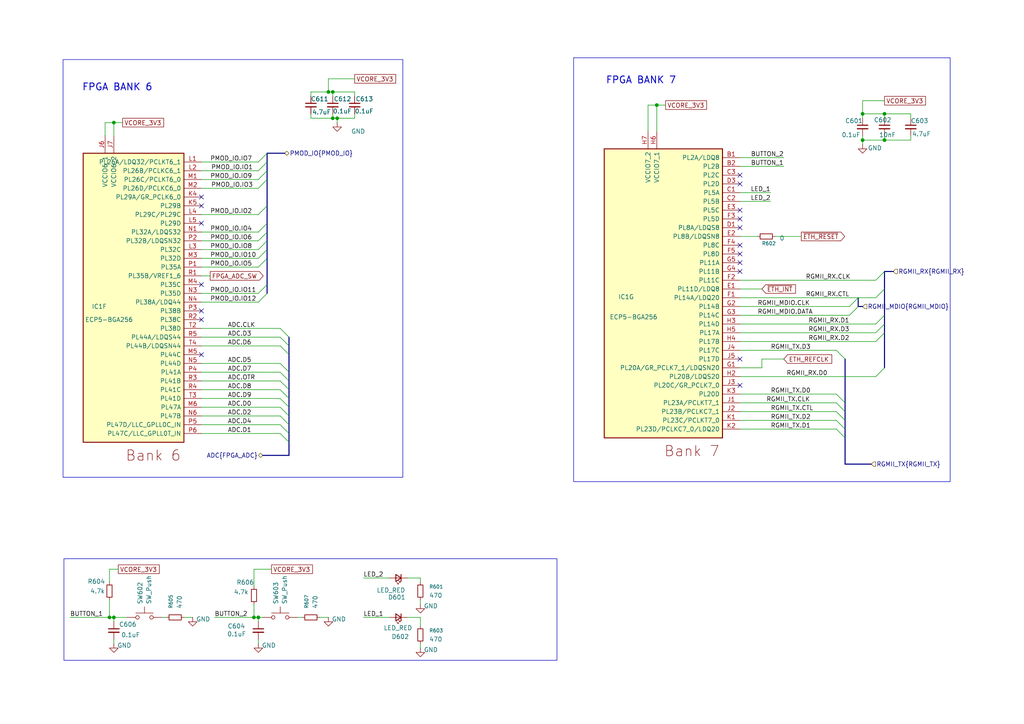
<source format=kicad_sch>
(kicad_sch (version 20250114) (generator "eeschema") (generator_version "9.0")
  (paper "A4")
  (lib_symbols
    (symbol "Device:C_Small" (pin_numbers (hide yes)) (pin_names (offset 0.254) (hide yes))
      (property "Reference" "C" (at 0.254 1.778 0))
      (property "Value" "C_Small" (at 0.254 -2.032 0))
      (symbol "C_Small_1_1"
        (pin passive line (at 0 2.54 270) (length 2.032) (name "~") (number "1"))
        (pin passive line (at 0 -2.54 90) (length 2.032) (name "~") (number "2"))
      )
    )
    (symbol "Device:LED_Small" (pin_numbers (hide yes)) (pin_names (offset 0.254) (hide yes))
      (property "Reference" "D" (at -1.27 3.175 0))
      (property "Value" "LED_Small" (at -4.445 -2.54 0))
      (symbol "LED_Small_1_1"
        (pin passive line (at -2.54 0 0) (length 1.778) (name "K") (number "1"))
        (pin passive line (at 2.54 0 180) (length 1.778) (name "A") (number "2"))
      )
    )
    (symbol "Device:R_Small" (pin_numbers (hide yes)) (pin_names (offset 0.254) (hide yes))
      (property "Reference" "R" (at 0 0 90))
      (property "Value" "R_Small" (at 1.778 0 90))
      (symbol "R_Small_1_1"
        (pin passive line (at 0 2.54 270) (length 0.762) (name "~") (number "1"))
        (pin passive line (at 0 -2.54 90) (length 0.762) (name "~") (number "2"))
      )
    )
    (symbol "Switch:SW_Push" (pin_numbers (hide yes)) (pin_names (offset 1.016) (hide yes))
      (property "Reference" "SW" (at 1.27 2.54 0))
      (property "Value" "SW_Push" (at 0 -1.524 0))
      (symbol "SW_Push_0_1"
        (pin passive line (at -5.08 0 0) (length 2.54) (name "1") (number "1"))
        (pin passive line (at 5.08 0 180) (length 2.54) (name "2") (number "2"))
      )
    )
    (symbol "iw-fpga_mcu:ECP5-BGA256" (pin_names (offset 0.762))
      (property "Reference" "IC" (at 1.27 45.72 0))
      (property "Value" "ECP5-BGA256" (at 1.27 43.18 0))
      (symbol "ECP5-BGA256_1_1"
        (text "FPGA Supplies" (at 0 -39.37 0) (effects (font (size 2.9972 2.9972))))
        (pin power_in line (at -19.05 33.02 0) (length 5.08) (name "VCC_1") (number "G6"))
        (pin power_in line (at -19.05 30.48 0) (length 5.08) (name "VCC_2") (number "G7"))
        (pin power_in line (at -19.05 27.94 0) (length 5.08) (name "VCC_3") (number "G9"))
        (pin power_in line (at -19.05 25.4 0) (length 5.08) (name "VCC_4") (number "L8"))
        (pin power_in line (at -19.05 22.86 0) (length 5.08) (name "VCC_5") (number "L9"))
        (pin power_in line (at -19.05 20.32 0) (length 5.08) (name "VCC_6") (number "L10"))
        (pin power_in line (at -19.05 -30.48 0) (length 5.08) (name "VCCAUX_1") (number "G11"))
        (pin power_in line (at -19.05 -33.02 0) (length 5.08) (name "VCCAUX_2") (number "L7"))
        (pin power_in line (at 19.05 33.02 180) (length 5.08) (name "GND_1") (number "A1"))
        (pin power_in line (at 19.05 30.48 180) (length 5.08) (name "GND_2") (number "A16"))
        (pin power_in line (at 19.05 27.94 180) (length 5.08) (name "GND_3") (number "D2"))
        (pin power_in line (at 19.05 25.4 180) (length 5.08) (name "GND_4") (number "D15"))
        (pin power_in line (at 19.05 22.86 180) (length 5.08) (name "GND_5") (number "F8"))
        (pin power_in line (at 19.05 20.32 180) (length 5.08) (name "GND_6") (number "F9"))
        (pin power_in line (at 19.05 17.78 180) (length 5.08) (name "GND_7") (number "G8"))
        (pin power_in line (at 19.05 15.24 180) (length 5.08) (name "GND_8") (number "G10"))
        (pin power_in line (at 19.05 12.7 180) (length 5.08) (name "GND_9") (number "H1"))
        (pin power_in line (at 19.05 10.16 180) (length 5.08) (name "GND_10") (number "H8"))
        (pin power_in line (at 19.05 7.62 180) (length 5.08) (name "GND_11") (number "H9"))
        (pin power_in line (at 19.05 5.08 180) (length 5.08) (name "GND_12") (number "H10"))
        (pin power_in line (at 19.05 2.54 180) (length 5.08) (name "GND_13") (number "H16"))
        (pin power_in line (at 19.05 0 180) (length 5.08) (name "GND_14") (number "J8"))
        (pin power_in line (at 19.05 -2.54 180) (length 5.08) (name "GND_15") (number "J9"))
        (pin power_in line (at 19.05 -5.08 180) (length 5.08) (name "GND_16") (number "J10"))
        (pin power_in line (at 19.05 -7.62 180) (length 5.08) (name "GND_17") (number "K6"))
        (pin power_in line (at 19.05 -10.16 180) (length 5.08) (name "GND_18") (number "K7"))
        (pin power_in line (at 19.05 -12.7 180) (length 5.08) (name "GND_19") (number "K8"))
        (pin power_in line (at 19.05 -15.24 180) (length 5.08) (name "GND_20") (number "K9"))
        (pin power_in line (at 19.05 -17.78 180) (length 5.08) (name "GND_21") (number "K10"))
        (pin power_in line (at 19.05 -20.32 180) (length 5.08) (name "GND_22") (number "N2"))
        (pin power_in line (at 19.05 -22.86 180) (length 5.08) (name "GND_23") (number "N15"))
        (pin power_in line (at 19.05 -25.4 180) (length 5.08) (name "GND_24") (number "T1"))
        (pin power_in line (at 19.05 -27.94 180) (length 5.08) (name "GND_25") (number "T5"))
        (pin power_in line (at 19.05 -30.48 180) (length 5.08) (name "GND_26") (number "T12"))
        (pin power_in line (at 19.05 -33.02 180) (length 5.08) (name "GND_27") (number "T16"))
      )
      (symbol "ECP5-BGA256_2_1"
        (text "Bank 0" (at 0 -35.56 0) (effects (font (size 2.9972 2.9972))))
        (pin power_in line (at -13.97 36.83 270) (length 5.08) (name "VCCIO0_2") (number "F7"))
        (pin power_in line (at -11.43 36.83 270) (length 5.08) (name "VCCIO0_1") (number "F6"))
        (pin bidirectional line (at 13.97 29.21 180) (length 5.08) (name "PT4A") (number "A2"))
        (pin bidirectional line (at 13.97 26.67 180) (length 5.08) (name "PT4B") (number "B3"))
        (pin bidirectional line (at 13.97 24.13 180) (length 5.08) (name "PT6A") (number "A3"))
        (pin bidirectional line (at 13.97 21.59 180) (length 5.08) (name "PT6B") (number "A4"))
        (pin bidirectional line (at 13.97 19.05 180) (length 5.08) (name "PT9A") (number "E4"))
        (pin bidirectional line (at 13.97 16.51 180) (length 5.08) (name "PT9B") (number "D4"))
        (pin bidirectional line (at 13.97 13.97 180) (length 5.08) (name "PT11A") (number "C4"))
        (pin bidirectional line (at 13.97 11.43 180) (length 5.08) (name "PT11B") (number "B4"))
        (pin bidirectional line (at 13.97 8.89 180) (length 5.08) (name "PT13A") (number "E5"))
        (pin bidirectional line (at 13.97 6.35 180) (length 5.08) (name "PT13B") (number "D5"))
        (pin bidirectional line (at 13.97 3.81 180) (length 5.08) (name "PT15A") (number "C5"))
        (pin bidirectional line (at 13.97 1.27 180) (length 5.08) (name "PT15B") (number "B5"))
        (pin bidirectional line (at 13.97 -1.27 180) (length 5.08) (name "PT18A") (number "A5"))
        (pin bidirectional line (at 13.97 -3.81 180) (length 5.08) (name "PT18B") (number "A6"))
        (pin bidirectional line (at 13.97 -6.35 180) (length 5.08) (name "PT20A") (number "E6"))
        (pin bidirectional line (at 13.97 -8.89 180) (length 5.08) (name "PT20B") (number "D6"))
        (pin bidirectional line (at 13.97 -11.43 180) (length 5.08) (name "PT22A") (number "C6"))
        (pin bidirectional line (at 13.97 -13.97 180) (length 5.08) (name "PT22B") (number "B6"))
        (pin bidirectional line (at 13.97 -16.51 180) (length 5.08) (name "PT24A/GR_PCLK0_1") (number "E7"))
        (pin bidirectional line (at 13.97 -19.05 180) (length 5.08) (name "PT24B/GR_PCLK0_0") (number "D7"))
        (pin bidirectional line (at 13.97 -21.59 180) (length 5.08) (name "PT27A/PCLKT0_1") (number "C7"))
        (pin bidirectional line (at 13.97 -24.13 180) (length 5.08) (name "PT27B/PCLKC0_1") (number "B7"))
        (pin bidirectional line (at 13.97 -26.67 180) (length 5.08) (name "PT29A/PCLKT0_0") (number "A7"))
        (pin bidirectional line (at 13.97 -29.21 180) (length 5.08) (name "PT29B/PCLKC0_0") (number "A8"))
      )
      (symbol "ECP5-BGA256_3_1"
        (text "Bank 1" (at 0 -45.72 0) (effects (font (size 2.9972 2.9972))))
        (pin power_in line (at -13.97 46.99 270) (length 5.08) (name "VCCIO1_2") (number "F11"))
        (pin power_in line (at -11.43 46.99 270) (length 5.08) (name "VCCIO1_1") (number "F10"))
        (pin bidirectional line (at 13.97 39.37 180) (length 5.08) (name "PT33A/PCLKT1_1") (number "E8"))
        (pin bidirectional line (at 13.97 36.83 180) (length 5.08) (name "PT33B/PCLKC1_1") (number "D8"))
        (pin bidirectional line (at 13.97 34.29 180) (length 5.08) (name "PT35A/PCLKT1_0") (number "C8"))
        (pin bidirectional line (at 13.97 31.75 180) (length 5.08) (name "PT35B/PCLKC1_0") (number "B8"))
        (pin bidirectional line (at 13.97 29.21 180) (length 5.08) (name "PT38A/GR_PCLK1_0") (number "B9"))
        (pin bidirectional line (at 13.97 26.67 180) (length 5.08) (name "PT38B/GR_PCLK1_1") (number "C9"))
        (pin bidirectional line (at 13.97 24.13 180) (length 5.08) (name "PT40A") (number "D9"))
        (pin bidirectional line (at 13.97 21.59 180) (length 5.08) (name "PT40B") (number "E9"))
        (pin bidirectional line (at 13.97 19.05 180) (length 5.08) (name "PT42A") (number "A9"))
        (pin bidirectional line (at 13.97 16.51 180) (length 5.08) (name "PT42B") (number "A10"))
        (pin bidirectional line (at 13.97 13.97 180) (length 5.08) (name "PT44A") (number "B10"))
        (pin bidirectional line (at 13.97 11.43 180) (length 5.08) (name "PT44B") (number "C10"))
        (pin bidirectional line (at 13.97 8.89 180) (length 5.08) (name "PT47A") (number "D10"))
        (pin bidirectional line (at 13.97 6.35 180) (length 5.08) (name "PT47B") (number "E10"))
        (pin bidirectional line (at 13.97 3.81 180) (length 5.08) (name "PT49A") (number "B11"))
        (pin bidirectional line (at 13.97 1.27 180) (length 5.08) (name "PT49B") (number "C11"))
        (pin bidirectional line (at 13.97 -1.27 180) (length 5.08) (name "PT51A") (number "D11"))
        (pin bidirectional line (at 13.97 -3.81 180) (length 5.08) (name "PT51B") (number "E11"))
        (pin bidirectional line (at 13.97 -6.35 180) (length 5.08) (name "PT53A") (number "A11"))
        (pin bidirectional line (at 13.97 -8.89 180) (length 5.08) (name "PT53B") (number "A12"))
        (pin bidirectional line (at 13.97 -11.43 180) (length 5.08) (name "PT56A") (number "B12"))
        (pin bidirectional line (at 13.97 -13.97 180) (length 5.08) (name "PT56B") (number "C12"))
        (pin bidirectional line (at 13.97 -16.51 180) (length 5.08) (name "PT58A") (number "D12"))
        (pin bidirectional line (at 13.97 -19.05 180) (length 5.08) (name "PT58B") (number "E12"))
        (pin bidirectional line (at 13.97 -21.59 180) (length 5.08) (name "PT60A") (number "B13"))
        (pin bidirectional line (at 13.97 -24.13 180) (length 5.08) (name "PT60B") (number "C13"))
        (pin bidirectional line (at 13.97 -26.67 180) (length 5.08) (name "PT62A") (number "D13"))
        (pin bidirectional line (at 13.97 -29.21 180) (length 5.08) (name "PT62B") (number "E13"))
        (pin bidirectional line (at 13.97 -31.75 180) (length 5.08) (name "PT65A") (number "A13"))
        (pin bidirectional line (at 13.97 -34.29 180) (length 5.08) (name "PT65B") (number "A14"))
        (pin bidirectional line (at 13.97 -36.83 180) (length 5.08) (name "PT67A") (number "B14"))
        (pin bidirectional line (at 13.97 -39.37 180) (length 5.08) (name "PT67B") (number "A15"))
      )
      (symbol "ECP5-BGA256_4_1"
        (text "Bank 2" (at 0 -45.72 0) (effects (font (size 2.9972 2.9972))))
        (pin power_in line (at -11.43 46.99 270) (length 5.08) (name "VCCIO2_1") (number "H11"))
        (pin power_in line (at -8.89 46.99 270) (length 5.08) (name "VCCIO2_2") (number "J11"))
        (pin bidirectional line (at 13.97 39.37 180) (length 5.08) (name "PR2A/RDQ8") (number "B16"))
        (pin bidirectional line (at 13.97 36.83 180) (length 5.08) (name "PR2B/S0_IN") (number "B15"))
        (pin bidirectional line (at 13.97 34.29 180) (length 5.08) (name "PR2C") (number "C14"))
        (pin bidirectional line (at 13.97 31.75 180) (length 5.08) (name "PR2D") (number "D14"))
        (pin bidirectional line (at 13.97 29.21 180) (length 5.08) (name "PR5A") (number "C16"))
        (pin bidirectional line (at 13.97 26.67 180) (length 5.08) (name "PR5B") (number "C15"))
        (pin bidirectional line (at 13.97 24.13 180) (length 5.08) (name "PR5C") (number "E14"))
        (pin bidirectional line (at 13.97 21.59 180) (length 5.08) (name "PR5D") (number "F14"))
        (pin bidirectional line (at 13.97 19.05 180) (length 5.08) (name "PR8A/RDQS8") (number "D16"))
        (pin bidirectional line (at 13.97 16.51 180) (length 5.08) (name "PR8B/RDQSN8") (number "E15"))
        (pin bidirectional line (at 13.97 13.97 180) (length 5.08) (name "PR8C") (number "F13"))
        (pin bidirectional line (at 13.97 11.43 180) (length 5.08) (name "PR8D") (number "F12"))
        (pin bidirectional line (at 13.97 8.89 180) (length 5.08) (name "PR11A") (number "G12"))
        (pin bidirectional line (at 13.97 6.35 180) (length 5.08) (name "PR11B") (number "G13"))
        (pin bidirectional line (at 13.97 3.81 180) (length 5.08) (name "PR11C") (number "F15"))
        (pin bidirectional line (at 13.97 1.27 180) (length 5.08) (name "PR11D/RDQ8") (number "E16"))
        (pin bidirectional line (at 13.97 -1.27 180) (length 5.08) (name "PR14A/RDQ20") (number "F16"))
        (pin bidirectional line (at 13.97 -3.81 180) (length 5.08) (name "PR14B") (number "G15"))
        (pin bidirectional line (at 13.97 -6.35 180) (length 5.08) (name "PR14C/VREF1_2") (number "G14"))
        (pin bidirectional line (at 13.97 -8.89 180) (length 5.08) (name "PR14D") (number "H14"))
        (pin bidirectional line (at 13.97 -11.43 180) (length 5.08) (name "PR17A") (number "H12"))
        (pin bidirectional line (at 13.97 -13.97 180) (length 5.08) (name "PR17B") (number "H13"))
        (pin bidirectional line (at 13.97 -16.51 180) (length 5.08) (name "PR17C") (number "J13"))
        (pin bidirectional line (at 13.97 -19.05 180) (length 5.08) (name "PR17D") (number "J12"))
        (pin bidirectional line (at 13.97 -21.59 180) (length 5.08) (name "PR20A/RDQS20") (number "G16"))
        (pin bidirectional line (at 13.97 -24.13 180) (length 5.08) (name "PR20B/RDQSN20") (number "H15"))
        (pin bidirectional line (at 13.97 -26.67 180) (length 5.08) (name "PR20C/GR_PCLK2_1") (number "J14"))
        (pin bidirectional line (at 13.97 -29.21 180) (length 5.08) (name "PR20D/GR_PCLK2_0") (number "K14"))
        (pin bidirectional line (at 13.97 -31.75 180) (length 5.08) (name "PR23A/PCLKT2_1") (number "J16"))
        (pin bidirectional line (at 13.97 -34.29 180) (length 5.08) (name "PR23B/PCLKC2_1") (number "J15"))
        (pin bidirectional line (at 13.97 -36.83 180) (length 5.08) (name "PR23C/PCLKT2_0") (number "K16"))
        (pin bidirectional line (at 13.97 -39.37 180) (length 5.08) (name "PR23D/PCLKC2_0/RDQ20") (number "K15"))
      )
      (symbol "ECP5-BGA256_5_1"
        (text "Bank 3" (at 0 -45.72 0) (effects (font (size 2.9972 2.9972))))
        (pin power_in line (at -22.86 46.99 270) (length 5.08) (name "VCCIO3_1") (number "K11"))
        (pin power_in line (at -20.32 46.99 270) (length 5.08) (name "VCCIO3_2") (number "L11"))
        (pin bidirectional line (at 13.97 39.37 180) (length 5.08) (name "PR26A/PCLKT3_1/RDQ32") (number "L16"))
        (pin bidirectional line (at 13.97 36.83 180) (length 5.08) (name "PR26B/PCLKC3_1") (number "L15"))
        (pin bidirectional line (at 13.97 34.29 180) (length 5.08) (name "PR26C/PCLKT3_0") (number "M16"))
        (pin bidirectional line (at 13.97 31.75 180) (length 5.08) (name "PR26D/PCLKC3_0") (number "M15"))
        (pin bidirectional line (at 13.97 29.21 180) (length 5.08) (name "PR29A/GR_PCLK3_0") (number "K13"))
        (pin bidirectional line (at 13.97 26.67 180) (length 5.08) (name "PR29B") (number "K12"))
        (pin bidirectional line (at 13.97 24.13 180) (length 5.08) (name "PR29C/GR_PCLK3_1") (number "L13"))
        (pin bidirectional line (at 13.97 21.59 180) (length 5.08) (name "PR29D") (number "L12"))
        (pin bidirectional line (at 13.97 19.05 180) (length 5.08) (name "PR32A/RDQS32") (number "N16"))
        (pin bidirectional line (at 13.97 16.51 180) (length 5.08) (name "PR32B/RDQSN32") (number "P15"))
        (pin bidirectional line (at 13.97 13.97 180) (length 5.08) (name "PR32C") (number "L14"))
        (pin bidirectional line (at 13.97 11.43 180) (length 5.08) (name "PR32D") (number "M14"))
        (pin bidirectional line (at 13.97 8.89 180) (length 5.08) (name "PR35A") (number "P16"))
        (pin bidirectional line (at 13.97 6.35 180) (length 5.08) (name "PR35B/VREF1_3") (number "R16"))
        (pin bidirectional line (at 13.97 3.81 180) (length 5.08) (name "PR35C") (number "M13"))
        (pin bidirectional line (at 13.97 1.27 180) (length 5.08) (name "PR35D/RDQ32") (number "N14"))
        (pin bidirectional line (at 13.97 -1.27 180) (length 5.08) (name "PR38A/RDQ44") (number "N13"))
        (pin bidirectional line (at 13.97 -3.81 180) (length 5.08) (name "PR38B") (number "P14"))
        (pin bidirectional line (at 13.97 -6.35 180) (length 5.08) (name "PR38C") (number "R15"))
        (pin bidirectional line (at 13.97 -8.89 180) (length 5.08) (name "PR38D") (number "T15"))
        (pin bidirectional line (at 13.97 -11.43 180) (length 5.08) (name "PR41A") (number "P13"))
        (pin bidirectional line (at 13.97 -13.97 180) (length 5.08) (name "PR41B") (number "R14"))
        (pin bidirectional line (at 13.97 -16.51 180) (length 5.08) (name "PR41C") (number "R13"))
        (pin bidirectional line (at 13.97 -19.05 180) (length 5.08) (name "PR41D") (number "T14"))
        (pin bidirectional line (at 13.97 -21.59 180) (length 5.08) (name "PR44A/RDQS44") (number "R12"))
        (pin bidirectional line (at 13.97 -24.13 180) (length 5.08) (name "PR44B/RDQSN44") (number "T13"))
        (pin bidirectional line (at 13.97 -26.67 180) (length 5.08) (name "PR44C") (number "M12"))
        (pin bidirectional line (at 13.97 -29.21 180) (length 5.08) (name "PR44D") (number "N12"))
        (pin bidirectional line (at 13.97 -31.75 180) (length 5.08) (name "PR47A") (number "M11"))
        (pin bidirectional line (at 13.97 -34.29 180) (length 5.08) (name "PR47B") (number "N11"))
        (pin bidirectional line (at 13.97 -36.83 180) (length 5.08) (name "PR47C/LRC_GPLL0T_IN") (number "P11"))
        (pin bidirectional line (at 13.97 -39.37 180) (length 5.08) (name "PR47D/LRC_GPLL0C_IN/RDQ44") (number "P12"))
      )
      (symbol "ECP5-BGA256_6_1"
        (text "Bank 6" (at 0 -45.72 0) (effects (font (size 2.9972 2.9972))))
        (pin power_in line (at -13.97 46.99 270) (length 5.08) (name "VCCIO6_1") (number "J6"))
        (pin power_in line (at -11.43 46.99 270) (length 5.08) (name "VCCIO6_2") (number "J7"))
        (pin bidirectional line (at 13.97 39.37 180) (length 5.08) (name "PL26A/LDQ32/PCLKT6_1") (number "L1"))
        (pin bidirectional line (at 13.97 36.83 180) (length 5.08) (name "PL26B/PCLKC6_1") (number "L2"))
        (pin bidirectional line (at 13.97 34.29 180) (length 5.08) (name "PL26C/PCLKT6_0") (number "M1"))
        (pin bidirectional line (at 13.97 31.75 180) (length 5.08) (name "PL26D/PCLKC6_0") (number "M2"))
        (pin bidirectional line (at 13.97 29.21 180) (length 5.08) (name "PL29A/GR_PCLK6_0") (number "K4"))
        (pin bidirectional line (at 13.97 26.67 180) (length 5.08) (name "PL29B") (number "K5"))
        (pin bidirectional line (at 13.97 24.13 180) (length 5.08) (name "PL29C/PL29C") (number "L4"))
        (pin bidirectional line (at 13.97 21.59 180) (length 5.08) (name "PL29D") (number "L5"))
        (pin bidirectional line (at 13.97 19.05 180) (length 5.08) (name "PL32A/LDQS32") (number "N1"))
        (pin bidirectional line (at 13.97 16.51 180) (length 5.08) (name "PL32B/LDQSN32") (number "P2"))
        (pin bidirectional line (at 13.97 13.97 180) (length 5.08) (name "PL32C") (number "L3"))
        (pin bidirectional line (at 13.97 11.43 180) (length 5.08) (name "PL32D") (number "M3"))
        (pin bidirectional line (at 13.97 8.89 180) (length 5.08) (name "PL35A") (number "P1"))
        (pin bidirectional line (at 13.97 6.35 180) (length 5.08) (name "PL35B/VREF1_6") (number "R1"))
        (pin bidirectional line (at 13.97 3.81 180) (length 5.08) (name "PL35C") (number "M4"))
        (pin bidirectional line (at 13.97 1.27 180) (length 5.08) (name "PL35D") (number "N3"))
        (pin bidirectional line (at 13.97 -1.27 180) (length 5.08) (name "PL38A/LDQ44") (number "N4"))
        (pin bidirectional line (at 13.97 -3.81 180) (length 5.08) (name "PL38B") (number "P3"))
        (pin bidirectional line (at 13.97 -6.35 180) (length 5.08) (name "PL38C") (number "R2"))
        (pin bidirectional line (at 13.97 -8.89 180) (length 5.08) (name "PL38D") (number "T2"))
        (pin bidirectional line (at 13.97 -11.43 180) (length 5.08) (name "PL44A/LDQS44") (number "R5"))
        (pin bidirectional line (at 13.97 -13.97 180) (length 5.08) (name "PL44B/LDQSN44") (number "T4"))
        (pin bidirectional line (at 13.97 -16.51 180) (length 5.08) (name "PL44C") (number "M5"))
        (pin bidirectional line (at 13.97 -19.05 180) (length 5.08) (name "PL44D") (number "N5"))
        (pin bidirectional line (at 13.97 -21.59 180) (length 5.08) (name "PL41A") (number "P4"))
        (pin bidirectional line (at 13.97 -24.13 180) (length 5.08) (name "PL41B") (number "R3"))
        (pin bidirectional line (at 13.97 -26.67 180) (length 5.08) (name "PL41C") (number "R4"))
        (pin bidirectional line (at 13.97 -29.21 180) (length 5.08) (name "PL41D") (number "T3"))
        (pin bidirectional line (at 13.97 -31.75 180) (length 5.08) (name "PL47A") (number "M6"))
        (pin bidirectional line (at 13.97 -34.29 180) (length 5.08) (name "PL47B") (number "N6"))
        (pin bidirectional line (at 13.97 -36.83 180) (length 5.08) (name "PL47D/LLC_GPLL0C_IN") (number "P5"))
        (pin bidirectional line (at 13.97 -39.37 180) (length 5.08) (name "PL47C/LLC_GPLL0T_IN") (number "P6"))
      )
      (symbol "ECP5-BGA256_7_1"
        (text "Bank 7" (at 0 -45.72 0) (effects (font (size 2.9972 2.9972))))
        (pin power_in line (at -12.7 46.99 270) (length 5.08) (name "VCCIO7_2") (number "H7"))
        (pin power_in line (at -10.16 46.99 270) (length 5.08) (name "VCCIO7_1") (number "H6"))
        (pin bidirectional line (at 13.97 39.37 180) (length 5.08) (name "PL2A/LDQ8") (number "B1"))
        (pin bidirectional line (at 13.97 36.83 180) (length 5.08) (name "PL2B") (number "B2"))
        (pin bidirectional line (at 13.97 34.29 180) (length 5.08) (name "PL2C") (number "C3"))
        (pin bidirectional line (at 13.97 31.75 180) (length 5.08) (name "PL2D") (number "D3"))
        (pin bidirectional line (at 13.97 29.21 180) (length 5.08) (name "PL5A") (number "C1"))
        (pin bidirectional line (at 13.97 26.67 180) (length 5.08) (name "PL5B") (number "C2"))
        (pin bidirectional line (at 13.97 24.13 180) (length 5.08) (name "PL5C") (number "E3"))
        (pin bidirectional line (at 13.97 21.59 180) (length 5.08) (name "PL5D") (number "F3"))
        (pin bidirectional line (at 13.97 19.05 180) (length 5.08) (name "PL8A/LDQS8") (number "D1"))
        (pin bidirectional line (at 13.97 16.51 180) (length 5.08) (name "PL8B/LDQSN8") (number "E2"))
        (pin bidirectional line (at 13.97 13.97 180) (length 5.08) (name "PL8C") (number "F4"))
        (pin bidirectional line (at 13.97 11.43 180) (length 5.08) (name "PL8D") (number "F5"))
        (pin bidirectional line (at 13.97 8.89 180) (length 5.08) (name "PL11A") (number "G5"))
        (pin bidirectional line (at 13.97 6.35 180) (length 5.08) (name "PL11B") (number "G4"))
        (pin bidirectional line (at 13.97 3.81 180) (length 5.08) (name "PL11C") (number "F2"))
        (pin bidirectional line (at 13.97 1.27 180) (length 5.08) (name "PL11D/LDQ8") (number "E1"))
        (pin bidirectional line (at 13.97 -1.27 180) (length 5.08) (name "PL14A/LDQ20") (number "F1"))
        (pin bidirectional line (at 13.97 -3.81 180) (length 5.08) (name "PL14B") (number "G2"))
        (pin bidirectional line (at 13.97 -6.35 180) (length 5.08) (name "PL14C") (number "G3"))
        (pin bidirectional line (at 13.97 -8.89 180) (length 5.08) (name "PL14D") (number "H3"))
        (pin bidirectional line (at 13.97 -11.43 180) (length 5.08) (name "PL17A") (number "H5"))
        (pin bidirectional line (at 13.97 -13.97 180) (length 5.08) (name "PL17B") (number "H4"))
        (pin bidirectional line (at 13.97 -16.51 180) (length 5.08) (name "PL17C") (number "J4"))
        (pin bidirectional line (at 13.97 -19.05 180) (length 5.08) (name "PL17D") (number "J5"))
        (pin bidirectional line (at 13.97 -21.59 180) (length 5.08) (name "PL20A/GR_PCLK7_1/LDQSN20") (number "G1"))
        (pin bidirectional line (at 13.97 -24.13 180) (length 5.08) (name "PL20B/LDQS20") (number "H2"))
        (pin bidirectional line (at 13.97 -26.67 180) (length 5.08) (name "PL20C/GR_PCLK7_0") (number "J3"))
        (pin bidirectional line (at 13.97 -29.21 180) (length 5.08) (name "PL20D") (number "K3"))
        (pin bidirectional line (at 13.97 -31.75 180) (length 5.08) (name "PL23A/PCLKT7_1") (number "J1"))
        (pin bidirectional line (at 13.97 -34.29 180) (length 5.08) (name "PL23B/PCLKC7_1") (number "J2"))
        (pin bidirectional line (at 13.97 -36.83 180) (length 5.08) (name "PL23C/PCLKT7_0") (number "K1"))
        (pin bidirectional line (at 13.97 -39.37 180) (length 5.08) (name "PL23D/PCLKC7_0/LDQ20") (number "K2"))
      )
      (symbol "ECP5-BGA256_8_0"
        (text "Bank 8 (Config)" (at 0 -43.18 0) (effects (font (size 2.9972 2.9972))))
      )
      (symbol "ECP5-BGA256_8_1"
        (pin power_in line (at -10.16 44.45 270) (length 5.08) (name "VCCIO8") (number "L6"))
        (pin bidirectional line (at 20.32 36.83 180) (length 5.08) (name "D7/PB4A") (number "T6"))
        (pin bidirectional line (at 20.32 34.29 180) (length 5.08) (name "D6/PB4B") (number "R6"))
        (pin bidirectional line (at 20.32 31.75 180) (length 5.08) (name "D5/MISO2/IO5/PB6A") (number "R7"))
        (pin bidirectional line (at 20.32 29.21 180) (length 5.08) (name "D4/MOSI2/IO4/PB6B") (number "P7"))
        (pin bidirectional line (at 20.32 26.67 180) (length 5.08) (name "D3/IO3/PB9A") (number "N7"))
        (pin bidirectional line (at 20.32 24.13 180) (length 5.08) (name "D2/IO2/PB9B") (number "M7"))
        (pin bidirectional line (at 20.32 21.59 180) (length 5.08) (name "D1/POCI/IO1/PB11A") (number "T7"))
        (pin bidirectional line (at 20.32 19.05 180) (length 5.08) (name "D0/PICO/IO0/PB11B") (number "T8"))
        (pin bidirectional line (at 20.32 16.51 180) (length 5.08) (name "~{CS}/~{S}/PB13A") (number "R8"))
        (pin bidirectional line (at 20.32 13.97 180) (length 5.08) (name "~{CS1}/PB13B") (number "P8"))
        (pin bidirectional line (at 20.32 11.43 180) (length 5.08) (name "~{HOLD}/DI/BUSY/~{CSSPI}/PB15A") (number "N8"))
        (pin bidirectional line (at 20.32 8.89 180) (length 5.08) (name "DOUT/~{CSO}/PB15B") (number "M8"))
        (pin bidirectional line (at 20.32 6.35 180) (length 5.08) (name "~{WRITE}/PB18A") (number "M9"))
        (pin input line (at 20.32 -1.27 180) (length 5.08) (name "TMS") (number "T11"))
        (pin input line (at 20.32 -3.81 180) (length 5.08) (name "TCK") (number "T10"))
        (pin input line (at 20.32 -6.35 180) (length 5.08) (name "TDI") (number "R11"))
        (pin output line (at 20.32 -8.89 180) (length 5.08) (name "TDO") (number "M10"))
        (pin bidirectional line (at 20.32 -15.24 180) (length 5.08) (name "MCLK/SCK/CCLK") (number "N9"))
        (pin input line (at 20.32 -20.32 180) (length 5.08) (name "CFG0") (number "N10"))
        (pin input line (at 20.32 -22.86 180) (length 5.08) (name "CFG1") (number "P10"))
        (pin input line (at 20.32 -25.4 180) (length 5.08) (name "CFG2") (number "R10"))
        (pin bidirectional line (at 20.32 -31.75 180) (length 5.08) (name "DONE") (number "P9"))
        (pin bidirectional line (at 20.32 -34.29 180) (length 5.08) (name "~{INIT}") (number "T9"))
        (pin bidirectional line (at 20.32 -36.83 180) (length 5.08) (name "~{PROGRAM}") (number "R9"))
      )
    )
    (symbol "power:GND" (power) (pin_numbers (hide yes)) (pin_names (offset 0) (hide yes))
      (property "Value" "GND" (at 0 -3.81 0))
      (symbol "GND_1_1"
        (pin power_in line (at 0 0 270) (length 0) (name "~") (number "1"))
      )
    )
  )
  (rectangle (start 166.37 16.764) (end 275.59 139.7))
  (rectangle (start 18.542 162.052) (end 161.544 191.516))
  (rectangle (start 18.288 17.272) (end 116.84 138.43))
  (text "FPGA BANK 6\n" (at 34.036 25.4 0) (effects (font (size 2 2) (thickness 0.254) (bold yes))))
  (text "FPGA BANK 7" (at 185.928 23.368 0) (effects (font (size 2 2) (thickness 0.254) (bold yes))))
  (junction (at 97.79 34.29))
  (junction (at 250.19 33.02))
  (junction (at 95.25 26.67))
  (junction (at 256.54 40.64))
  (junction (at 33.02 179.07))
  (junction (at 73.66 179.07))
  (junction (at 250.19 40.64))
  (junction (at 74.93 179.07))
  (junction (at 96.52 34.29))
  (junction (at 31.75 179.07))
  (junction (at 190.5 30.48))
  (junction (at 96.52 26.67))
  (junction (at 33.02 35.56))
  (junction (at 256.54 33.02))
  (no_connect (at 214.63 66.04))
  (no_connect (at 214.63 76.2))
  (no_connect (at 58.42 92.71))
  (no_connect (at 214.63 60.96))
  (no_connect (at 58.42 90.17))
  (no_connect (at 214.63 71.12))
  (no_connect (at 58.42 82.55))
  (no_connect (at 214.63 53.34))
  (no_connect (at 214.63 104.14))
  (no_connect (at 58.42 59.69))
  (no_connect (at 214.63 63.5))
  (no_connect (at 58.42 102.87))
  (no_connect (at 214.63 50.8))
  (no_connect (at 214.63 73.66))
  (no_connect (at 214.63 111.76))
  (no_connect (at 58.42 57.15))
  (no_connect (at 214.63 78.74))
  (no_connect (at 58.42 64.77))
  (bus_entry (at 256.54 106.68) (size -2.54 2.54))
  (bus_entry (at 81.28 100.33) (size 2.54 2.54))
  (bus_entry (at 74.93 74.93) (size 2.54 -2.54))
  (bus_entry (at 74.93 46.99) (size 2.54 -2.54))
  (bus_entry (at 74.93 72.39) (size 2.54 -2.54))
  (bus_entry (at 74.93 87.63) (size 2.54 -2.54))
  (bus_entry (at 81.28 95.25) (size 2.54 2.54))
  (bus_entry (at 256.54 91.44) (size -2.54 2.54))
  (bus_entry (at 74.93 77.47) (size 2.54 -2.54))
  (bus_entry (at 81.28 105.41) (size 2.54 2.54))
  (bus_entry (at 245.11 119.38) (size -2.54 -2.54))
  (bus_entry (at 74.93 69.85) (size 2.54 -2.54))
  (bus_entry (at 245.11 121.92) (size -2.54 -2.54))
  (bus_entry (at 81.28 120.65) (size 2.54 2.54))
  (bus_entry (at 245.11 127) (size -2.54 -2.54))
  (bus_entry (at 245.11 116.84) (size -2.54 -2.54))
  (bus_entry (at 74.93 49.53) (size 2.54 -2.54))
  (bus_entry (at 74.93 52.07) (size 2.54 -2.54))
  (bus_entry (at 74.93 85.09) (size 2.54 -2.54))
  (bus_entry (at 256.54 83.82) (size -2.54 2.54))
  (bus_entry (at 81.28 118.11) (size 2.54 2.54))
  (bus_entry (at 81.28 110.49) (size 2.54 2.54))
  (bus_entry (at 81.28 113.03) (size 2.54 2.54))
  (bus_entry (at 74.93 54.61) (size 2.54 -2.54))
  (bus_entry (at 256.54 93.98) (size -2.54 2.54))
  (bus_entry (at 81.28 107.95) (size 2.54 2.54))
  (bus_entry (at 81.28 125.73) (size 2.54 2.54))
  (bus_entry (at 256.54 96.52) (size -2.54 2.54))
  (bus_entry (at 81.28 97.79) (size 2.54 2.54))
  (bus_entry (at 245.11 104.14) (size -2.54 -2.54))
  (bus_entry (at 81.28 123.19) (size 2.54 2.54))
  (bus_entry (at 246.38 91.44) (size 2.54 -2.54))
  (bus_entry (at 256.54 78.74) (size -2.54 2.54))
  (bus_entry (at 246.38 88.9) (size 2.54 -2.54))
  (bus_entry (at 245.11 124.46) (size -2.54 -2.54))
  (bus_entry (at 74.93 62.23) (size 2.54 -2.54))
  (bus_entry (at 74.93 67.31) (size 2.54 -2.54))
  (bus_entry (at 81.28 115.57) (size 2.54 2.54))
  (bus (pts (xy 245.11 116.84) (xy 245.11 119.38)))
  (wire (pts (xy 121.92 187.96) (xy 121.92 186.69)))
  (wire (pts (xy 250.19 33.02) (xy 250.19 34.29)))
  (wire (pts (xy 214.63 101.6) (xy 242.57 101.6)))
  (bus (pts (xy 250.19 88.9) (xy 248.92 88.9)))
  (wire (pts (xy 58.42 80.01) (xy 60.96 80.01)))
  (wire (pts (xy 58.42 77.47) (xy 74.93 77.47)))
  (wire (pts (xy 30.48 35.56) (xy 33.02 35.56)))
  (wire (pts (xy 58.42 74.93) (xy 74.93 74.93)))
  (bus (pts (xy 256.54 93.98) (xy 256.54 91.44)))
  (wire (pts (xy 232.41 68.58) (xy 224.79 68.58)))
  (wire (pts (xy 95.25 26.67) (xy 96.52 26.67)))
  (wire (pts (xy 31.75 165.1) (xy 31.75 168.91)))
  (bus (pts (xy 256.54 96.52) (xy 256.54 106.68)))
  (bus (pts (xy 77.47 82.55) (xy 77.47 85.09)))
  (wire (pts (xy 220.98 104.14) (xy 220.98 106.68)))
  (wire (pts (xy 105.41 167.64) (xy 113.03 167.64)))
  (bus (pts (xy 77.47 49.53) (xy 77.47 46.99)))
  (wire (pts (xy 31.75 179.07) (xy 33.02 179.07)))
  (wire (pts (xy 58.42 110.49) (xy 81.28 110.49)))
  (wire (pts (xy 73.66 179.07) (xy 74.93 179.07)))
  (bus (pts (xy 83.82 132.08) (xy 83.82 128.27)))
  (wire (pts (xy 58.42 46.99) (xy 74.93 46.99)))
  (bus (pts (xy 83.82 100.33) (xy 83.82 97.79)))
  (wire (pts (xy 58.42 69.85) (xy 74.93 69.85)))
  (bus (pts (xy 83.82 110.49) (xy 83.82 113.03)))
  (bus (pts (xy 245.11 127) (xy 245.11 124.46)))
  (wire (pts (xy 121.92 179.07) (xy 118.11 179.07)))
  (wire (pts (xy 193.04 30.48) (xy 190.5 30.48)))
  (bus (pts (xy 83.82 118.11) (xy 83.82 115.57)))
  (wire (pts (xy 58.42 123.19) (xy 81.28 123.19)))
  (bus (pts (xy 83.82 120.65) (xy 83.82 118.11)))
  (wire (pts (xy 256.54 40.64) (xy 256.54 39.37)))
  (wire (pts (xy 58.42 87.63) (xy 74.93 87.63)))
  (wire (pts (xy 248.92 86.36) (xy 254 86.36)))
  (wire (pts (xy 90.17 33.02) (xy 90.17 34.29)))
  (bus (pts (xy 77.47 49.53) (xy 77.47 52.07)))
  (wire (pts (xy 223.52 55.88) (xy 214.63 55.88)))
  (wire (pts (xy 58.42 120.65) (xy 81.28 120.65)))
  (bus (pts (xy 83.82 100.33) (xy 83.82 102.87)))
  (bus (pts (xy 256.54 78.74) (xy 256.54 83.82)))
  (wire (pts (xy 121.92 181.61) (xy 121.92 179.07)))
  (bus (pts (xy 76.2 132.08) (xy 83.82 132.08)))
  (wire (pts (xy 96.52 26.67) (xy 102.87 26.67)))
  (wire (pts (xy 214.63 124.46) (xy 242.57 124.46)))
  (bus (pts (xy 256.54 96.52) (xy 256.54 93.98)))
  (wire (pts (xy 102.87 27.94) (xy 102.87 26.67)))
  (bus (pts (xy 245.11 134.62) (xy 245.11 127)))
  (wire (pts (xy 48.26 179.07) (xy 46.99 179.07)))
  (wire (pts (xy 96.52 34.29) (xy 97.79 34.29)))
  (wire (pts (xy 58.42 105.41) (xy 81.28 105.41)))
  (wire (pts (xy 227.33 45.72) (xy 214.63 45.72)))
  (wire (pts (xy 74.93 186.69) (xy 74.93 185.42)))
  (wire (pts (xy 214.63 109.22) (xy 254 109.22)))
  (wire (pts (xy 190.5 30.48) (xy 190.5 38.1)))
  (wire (pts (xy 113.03 179.07) (xy 105.41 179.07)))
  (wire (pts (xy 34.29 165.1) (xy 31.75 165.1)))
  (wire (pts (xy 90.17 26.67) (xy 95.25 26.67)))
  (wire (pts (xy 214.63 119.38) (xy 242.57 119.38)))
  (wire (pts (xy 250.19 29.21) (xy 250.19 33.02)))
  (bus (pts (xy 77.47 69.85) (xy 77.47 67.31)))
  (bus (pts (xy 248.92 86.36) (xy 248.92 88.9)))
  (bus (pts (xy 245.11 104.14) (xy 245.11 116.84)))
  (bus (pts (xy 83.82 115.57) (xy 83.82 113.03)))
  (bus (pts (xy 83.82 123.19) (xy 83.82 120.65)))
  (wire (pts (xy 214.63 58.42) (xy 223.52 58.42)))
  (wire (pts (xy 214.63 81.28) (xy 254 81.28)))
  (wire (pts (xy 250.19 40.64) (xy 256.54 40.64)))
  (wire (pts (xy 90.17 27.94) (xy 90.17 26.67)))
  (wire (pts (xy 58.42 125.73) (xy 81.28 125.73)))
  (wire (pts (xy 121.92 168.91) (xy 121.92 167.64)))
  (bus (pts (xy 83.82 128.27) (xy 83.82 125.73)))
  (wire (pts (xy 264.16 33.02) (xy 264.16 34.29)))
  (wire (pts (xy 58.42 85.09) (xy 74.93 85.09)))
  (wire (pts (xy 58.42 115.57) (xy 81.28 115.57)))
  (wire (pts (xy 187.96 38.1) (xy 187.96 30.48)))
  (bus (pts (xy 82.55 44.45) (xy 77.47 44.45)))
  (wire (pts (xy 35.56 35.56) (xy 33.02 35.56)))
  (wire (pts (xy 264.16 40.64) (xy 264.16 39.37)))
  (bus (pts (xy 83.82 107.95) (xy 83.82 110.49)))
  (wire (pts (xy 33.02 186.69) (xy 33.02 185.42)))
  (bus (pts (xy 77.47 59.69) (xy 77.47 64.77)))
  (wire (pts (xy 214.63 88.9) (xy 246.38 88.9)))
  (wire (pts (xy 97.79 34.29) (xy 102.87 34.29)))
  (bus (pts (xy 77.47 67.31) (xy 77.47 64.77)))
  (wire (pts (xy 187.96 30.48) (xy 190.5 30.48)))
  (wire (pts (xy 58.42 54.61) (xy 74.93 54.61)))
  (wire (pts (xy 58.42 49.53) (xy 74.93 49.53)))
  (wire (pts (xy 214.63 83.82) (xy 220.98 83.82)))
  (wire (pts (xy 256.54 33.02) (xy 264.16 33.02)))
  (wire (pts (xy 33.02 179.07) (xy 36.83 179.07)))
  (wire (pts (xy 58.42 62.23) (xy 74.93 62.23)))
  (wire (pts (xy 33.02 180.34) (xy 33.02 179.07)))
  (wire (pts (xy 58.42 52.07) (xy 74.93 52.07)))
  (bus (pts (xy 83.82 102.87) (xy 83.82 107.95)))
  (wire (pts (xy 31.75 173.99) (xy 31.75 179.07)))
  (wire (pts (xy 102.87 22.86) (xy 95.25 22.86)))
  (bus (pts (xy 77.47 46.99) (xy 77.47 44.45)))
  (bus (pts (xy 77.47 59.69) (xy 77.47 52.07)))
  (wire (pts (xy 214.63 68.58) (xy 219.71 68.58)))
  (wire (pts (xy 58.42 67.31) (xy 74.93 67.31)))
  (wire (pts (xy 58.42 100.33) (xy 81.28 100.33)))
  (wire (pts (xy 90.17 34.29) (xy 96.52 34.29)))
  (wire (pts (xy 53.34 179.07) (xy 55.88 179.07)))
  (bus (pts (xy 252.73 134.62) (xy 245.11 134.62)))
  (wire (pts (xy 20.32 179.07) (xy 31.75 179.07)))
  (wire (pts (xy 86.36 179.07) (xy 87.63 179.07)))
  (bus (pts (xy 83.82 125.73) (xy 83.82 123.19)))
  (bus (pts (xy 256.54 78.74) (xy 259.08 78.74)))
  (wire (pts (xy 62.23 179.07) (xy 73.66 179.07)))
  (wire (pts (xy 76.2 179.07) (xy 74.93 179.07)))
  (wire (pts (xy 92.71 179.07) (xy 95.25 179.07)))
  (wire (pts (xy 96.52 34.29) (xy 96.52 33.02)))
  (bus (pts (xy 245.11 119.38) (xy 245.11 121.92)))
  (wire (pts (xy 58.42 107.95) (xy 81.28 107.95)))
  (wire (pts (xy 74.93 179.07) (xy 74.93 180.34)))
  (wire (pts (xy 214.63 99.06) (xy 254 99.06)))
  (bus (pts (xy 77.47 82.55) (xy 77.47 74.93)))
  (bus (pts (xy 256.54 83.82) (xy 256.54 91.44)))
  (wire (pts (xy 214.63 121.92) (xy 242.57 121.92)))
  (wire (pts (xy 214.63 48.26) (xy 227.33 48.26)))
  (wire (pts (xy 214.63 116.84) (xy 242.57 116.84)))
  (wire (pts (xy 58.42 97.79) (xy 81.28 97.79)))
  (wire (pts (xy 250.19 40.64) (xy 250.19 39.37)))
  (wire (pts (xy 227.33 104.14) (xy 220.98 104.14)))
  (wire (pts (xy 214.63 91.44) (xy 246.38 91.44)))
  (bus (pts (xy 245.11 121.92) (xy 245.11 124.46)))
  (wire (pts (xy 102.87 33.02) (xy 102.87 34.29)))
  (wire (pts (xy 97.79 35.56) (xy 97.79 34.29)))
  (wire (pts (xy 73.66 165.1) (xy 73.66 170.18)))
  (wire (pts (xy 58.42 72.39) (xy 74.93 72.39)))
  (wire (pts (xy 220.98 106.68) (xy 214.63 106.68)))
  (wire (pts (xy 58.42 95.25) (xy 81.28 95.25)))
  (wire (pts (xy 256.54 40.64) (xy 264.16 40.64)))
  (wire (pts (xy 58.42 113.03) (xy 81.28 113.03)))
  (wire (pts (xy 96.52 26.67) (xy 96.52 27.94)))
  (wire (pts (xy 95.25 22.86) (xy 95.25 26.67)))
  (wire (pts (xy 58.42 118.11) (xy 81.28 118.11)))
  (wire (pts (xy 214.63 114.3) (xy 242.57 114.3)))
  (bus (pts (xy 77.47 72.39) (xy 77.47 69.85)))
  (wire (pts (xy 256.54 33.02) (xy 256.54 34.29)))
  (wire (pts (xy 118.11 167.64) (xy 121.92 167.64)))
  (wire (pts (xy 214.63 86.36) (xy 248.92 86.36)))
  (wire (pts (xy 73.66 165.1) (xy 78.74 165.1)))
  (bus (pts (xy 77.47 74.93) (xy 77.47 72.39)))
  (wire (pts (xy 214.63 93.98) (xy 254 93.98)))
  (wire (pts (xy 73.66 175.26) (xy 73.66 179.07)))
  (wire (pts (xy 256.54 29.21) (xy 250.19 29.21)))
  (wire (pts (xy 30.48 35.56) (xy 30.48 39.37)))
  (wire (pts (xy 121.92 175.26) (xy 121.92 173.99)))
  (wire (pts (xy 33.02 35.56) (xy 33.02 39.37)))
  (wire (pts (xy 250.19 40.64) (xy 250.19 41.91)))
  (wire (pts (xy 250.19 33.02) (xy 256.54 33.02)))
  (wire (pts (xy 214.63 96.52) (xy 254 96.52)))
  (label "RGMII_TX.D2" (at 223.52 121.92 0))
  (label "RGMII_TX.CLK" (at 222.25 116.84 0))
  (label "RGMII_RX.D3" (at 246.38 96.52 180))
  (label "ADC.D1" (at 66.04 125.73 0))
  (label "ADC.D4" (at 66.04 123.19 0))
  (label "ADC.CLK" (at 66.04 95.25 0))
  (label "LED_2" (at 223.52 58.42 180))
  (label "PMOD_IO.IO12" (at 60.96 87.63 0))
  (label "PMOD_IO.IO9" (at 60.96 52.07 0))
  (label "RGMII_RX.CTL" (at 233.68 86.36 0))
  (label "PMOD_IO.IO1" (at 61.214 49.53 0))
  (label "PMOD_IO.IO8" (at 60.96 72.39 0))
  (label "ADC.D2" (at 66.04 120.65 0))
  (label "RGMII_RX.D1" (at 246.38 93.98 180))
  (label "PMOD_IO.IO2" (at 60.96 62.23 0))
  (label "RGMII_RX.CLK" (at 233.68 81.28 0))
  (label "RGMII_TX.D3" (at 223.52 101.6 0))
  (label "RGMII_TX.D0" (at 223.52 114.3 0))
  (label "BUTTON_2" (at 227.33 45.72 180))
  (label "LED_2" (at 105.41 167.64 0))
  (label "LED_1" (at 105.41 179.07 0))
  (label "PMOD_IO.IO6" (at 60.96 69.85 0))
  (label "PMOD_IO.IO11" (at 60.96 85.09 0))
  (label "ADC.D6" (at 66.04 100.33 0))
  (label "PMOD_IO.IO7" (at 60.96 46.99 0))
  (label "PMOD_IO.IO10" (at 60.96 74.93 0))
  (label "LED_1" (at 223.52 55.88 180))
  (label "PMOD_IO.IO5" (at 60.96 77.47 0))
  (label "ADC.D3" (at 66.04 97.79 0))
  (label "RGMII_MDIO.DATA" (at 219.71 91.44 0))
  (label "RGMII_MDIO.CLK" (at 219.71 88.9 0))
  (label "PMOD_IO.IO3" (at 61.214 54.61 0))
  (label "RGMII_RX.D0" (at 240.03 109.22 180))
  (label "ADC.D7" (at 66.04 107.95 0))
  (label "RGMII_TX.CTL" (at 223.52 119.38 0))
  (label "ADC.D9" (at 66.04 115.57 0))
  (label "ADC.D0" (at 66.04 118.11 0))
  (label "RGMII_RX.D2" (at 246.38 99.06 180))
  (label "BUTTON_2" (at 62.23 179.07 0))
  (label "PMOD_IO.IO4" (at 60.96 67.31 0))
  (label "ADC.OTR" (at 66.04 110.49 0))
  (label "BUTTON_1" (at 20.32 179.07 0))
  (label "ADC.D8" (at 66.04 113.03 0))
  (label "ADC.D5" (at 66.04 105.41 0))
  (label "RGMII_TX.D1" (at 223.52 124.46 0))
  (label "BUTTON_1" (at 227.33 48.26 180))
  (global_label "~{ETH_RESET}" (shape output) (at 232.41 68.58 0) (property "Intersheetrefs" "${INTERSHEET_REFS}" (effects (hide yes))))
  (global_label "ETH_REFCLK" (shape input) (at 227.33 104.14 0) (property "Intersheetrefs" "${INTERSHEET_REFS}" (effects (hide yes))))
  (global_label "VCORE_3V3" (shape passive) (at 34.29 165.1 0) (property "Intersheetrefs" "${INTERSHEET_REFS}" (effects (hide yes))))
  (global_label "VCORE_3V3" (shape passive) (at 193.04 30.48 0) (property "Intersheetrefs" "${INTERSHEET_REFS}" (effects (hide yes))))
  (global_label "VCORE_3V3" (shape passive) (at 78.74 165.1 0) (property "Intersheetrefs" "${INTERSHEET_REFS}" (effects (hide yes))))
  (global_label "~{ETH_INT}" (shape input) (at 220.98 83.82 0) (property "Intersheetrefs" "${INTERSHEET_REFS}" (effects (hide yes))))
  (global_label "VCORE_3V3" (shape passive) (at 35.56 35.56 0) (property "Intersheetrefs" "${INTERSHEET_REFS}" (effects (hide yes))))
  (global_label "VCORE_3V3" (shape passive) (at 256.54 29.21 0) (property "Intersheetrefs" "${INTERSHEET_REFS}" (effects (hide yes))))
  (global_label "FPGA_ADC_SW" (shape output) (at 60.96 80.01 0) (property "Intersheetrefs" "${INTERSHEET_REFS}" (effects (hide yes))))
  (global_label "VCORE_3V3" (shape passive) (at 102.87 22.86 0) (property "Intersheetrefs" "${INTERSHEET_REFS}" (effects (hide yes))))
  (hierarchical_label "ADC{FPGA_ADC}" (shape bidirectional) (at 76.2 132.08 180))
  (hierarchical_label "RGMII_MDIO{RGMII_MDIO}" (shape input) (at 250.19 88.9 0))
  (hierarchical_label "RGMII_RX{RGMII_RX}" (shape input) (at 259.08 78.74 0))
  (hierarchical_label "PMOD_IO{PMOD_IO}" (shape bidirectional) (at 82.55 44.45 0))
  (hierarchical_label "RGMII_TX{RGMII_TX}" (shape input) (at 252.73 134.62 0))
  (symbol (lib_id "Device:C_Small") (at 90.17 30.48 0) (unit 1)
    (property "Reference" "C611" (at 90.17 28.702 0) (effects (justify left)))
    (property "Value" "4.7uF" (at 96.012 32.512 0) (effects (justify right)))
    (property "Footprint" "Capacitor_SMD:C_0402_1005Metric" (effects (hide yes)))
    (property "Datasheet" "https://jlcpcb.com/api/file/downloadByFileSystemAccessId/8579707315714920448" (effects (hide yes)))
    (property "Description" "X5R, 10V" (effects (hide yes)))
    (property "LCSC Part Number" "C23733" (effects (hide yes)))
    (property "Manufacturing Part Number" "CL05A475MP5NRNC" (effects (hide yes)))
  )
  (symbol (lib_id "Device:R_Small") (at 73.66 172.72 0) (unit 1)
    (property "Reference" "R606" (at 68.58 168.91 0) (effects (justify left)))
    (property "Value" "4.7k" (at 67.818 171.704 0) (effects (justify left)))
    (property "Footprint" "Resistor_SMD:R_0402_1005Metric" (effects (hide yes)))
    (property "Description" "Resistor, small symbol" (effects (hide yes)))
    (property "LCSC Part Number" "C25900" (effects (hide yes)))
    (property "Manufacturing Part Number" "0402WGF4701TCE" (effects (hide yes)))
  )
  (symbol (lib_id "Device:R_Small") (at 90.17 179.07 90) (unit 1)
    (property "Reference" "R607" (at 88.8999 176.53 0) (effects (font (size 1.016 1.016)) (justify left)))
    (property "Value" "470" (at 91.4399 176.53 0) (effects (justify left)))
    (property "Footprint" "Resistor_SMD:R_0402_1005Metric" (effects (hide yes)))
    (property "Datasheet" "https://jlcpcb.com/api/file/downloadByFileSystemAccessId/8579705913233424384" (effects (hide yes)))
    (property "Description" "Resistor, small symbol" (effects (hide yes)))
    (property "LCSC Part Number" "C25117" (effects (hide yes)))
    (property "Manufacturing Part Number" "0402WGF4700TCE" (effects (hide yes)))
  )
  (symbol (lib_id "power:GND") (at 95.25 179.07 0) (unit 1)
    (property "Reference" "#PWR0606" (effects (hide yes)))
    (property "Value" "GND" (at 98.298 179.578 0))
    (property "Description" "Power symbol creates a global label with name \"GND\" , ground" (effects (hide yes)))
  )
  (symbol (lib_id "Switch:SW_Push") (at 81.28 179.07 0) (unit 1)
    (property "Reference" "SW603" (at 80.0099 175.26 90) (effects (justify left)))
    (property "Value" "SW_Push" (at 82.5499 175.26 90) (effects (justify left)))
    (property "Footprint" "iw-misc:SW_TS-1088-AR02016" (effects (hide yes)))
    (property "Datasheet" "https://jlcpcb.com/api/file/downloadByFileSystemAccessId/8588886944068096000" (effects (hide yes)))
    (property "Description" "Push button switch, generic, two pins" (effects (hide yes)))
    (property "LCSC Part Number" "C720477" (effects (hide yes)))
    (property "Manufacturing Part Number" "TS-1088-AR02016" (effects (hide yes)))
  )
  (symbol (lib_id "power:GND") (at 121.92 187.96 0) (unit 1)
    (property "Reference" "#PWR0603" (effects (hide yes)))
    (property "Value" "GND" (at 124.968 188.468 0))
    (property "Description" "Power symbol creates a global label with name \"GND\" , ground" (effects (hide yes)))
  )
  (symbol (lib_id "power:GND") (at 33.02 186.69 0) (unit 1)
    (property "Reference" "#PWR0605" (effects (hide yes)))
    (property "Value" "GND" (at 36.068 187.198 0))
    (property "Description" "Power symbol creates a global label with name \"GND\" , ground" (effects (hide yes)))
  )
  (symbol (lib_id "Switch:SW_Push") (at 41.91 179.07 0) (unit 1)
    (property "Reference" "SW602" (at 40.6399 175.26 90) (effects (justify left)))
    (property "Value" "SW_Push" (at 43.1799 175.26 90) (effects (justify left)))
    (property "Footprint" "iw-misc:SW_TS-1088-AR02016" (effects (hide yes)))
    (property "Datasheet" "https://jlcpcb.com/api/file/downloadByFileSystemAccessId/8588886944068096000" (effects (hide yes)))
    (property "Description" "Push button switch, generic, two pins" (effects (hide yes)))
    (property "LCSC Part Number" "C720477" (effects (hide yes)))
    (property "Manufacturing Part Number" "TS-1088-AR02016" (effects (hide yes)))
  )
  (symbol (lib_id "Device:C_Small") (at 264.16 36.83 0) (unit 1)
    (property "Reference" "C603" (at 264.16 35.052 0) (effects (justify left)))
    (property "Value" "4.7uF" (at 270.002 38.862 0) (effects (justify right)))
    (property "Footprint" "Capacitor_SMD:C_0402_1005Metric" (effects (hide yes)))
    (property "Datasheet" "https://jlcpcb.com/api/file/downloadByFileSystemAccessId/8579707315714920448" (effects (hide yes)))
    (property "Description" "X5R, 10V" (effects (hide yes)))
    (property "LCSC Part Number" "C23733" (effects (hide yes)))
    (property "Manufacturing Part Number" "CL05A475MP5NRNC" (effects (hide yes)))
  )
  (symbol (lib_id "power:GND") (at 121.92 175.26 0) (unit 1)
    (property "Reference" "#PWR0601" (effects (hide yes)))
    (property "Value" "GND" (at 124.968 175.768 0))
    (property "Description" "Power symbol creates a global label with name \"GND\" , ground" (effects (hide yes)))
  )
  (symbol (lib_id "iw-fpga_mcu:ECP5-BGA256") (at 44.45 86.36 0) (unit 6)
    (property "Reference" "IC1" (at 30.988 88.9 0) (effects (justify right)))
    (property "Value" "ECP5-BGA256" (at 38.608 92.71 0) (effects (justify right)))
    (property "Footprint" "iw-fpga_mcu:BGA256C80P16X16_1400X1400X170" (effects (hide yes)))
    (property "Datasheet" "https://jlcpcb.com/api/file/downloadByFileSystemAccessId/8588918730680111104" (effects (hide yes)))
    (property "Description" "FPGA - Field Programmable Gate Array ECP5; 12k LUTs; 1.1V" (effects (hide yes)))
    (property "LCSC Part Number" "C1521614" (effects (hide yes)))
    (property "Manufacturing Part Number" "LFE5U-25F-6BG256C " (effects (hide yes)))
  )
  (symbol (lib_id "Device:R_Small") (at 31.75 171.45 0) (unit 1)
    (property "Reference" "R604" (at 25.4 168.656 0) (effects (justify left)))
    (property "Value" "4.7k" (at 26.162 171.45 0) (effects (justify left)))
    (property "Footprint" "Resistor_SMD:R_0402_1005Metric" (effects (hide yes)))
    (property "Description" "Resistor, small symbol" (effects (hide yes)))
    (property "LCSC Part Number" "C25900" (effects (hide yes)))
    (property "Manufacturing Part Number" "0402WGF4701TCE" (effects (hide yes)))
  )
  (symbol (lib_id "power:GND") (at 250.19 41.91 0) (unit 1)
    (property "Reference" "#PWR0604" (effects (hide yes)))
    (property "Value" "GND" (at 253.746 42.926 0))
    (property "Description" "Power symbol creates a global label with name \"GND\" , ground" (effects (hide yes)))
  )
  (symbol (lib_id "Device:R_Small") (at 222.25 68.58 90) (mirror x) (unit 1)
    (property "Reference" "R602" (at 223.012 70.612 90) (effects (font (size 1.016 1.016))))
    (property "Value" "0" (at 226.822 69.088 90))
    (property "Footprint" "Resistor_SMD:R_0603_1608Metric" (effects (hide yes)))
    (property "Datasheet" "https://jlcpcb.com/api/file/downloadByFileSystemAccessId/8579706226143518720" (effects (hide yes)))
    (property "Description" "Resistor, small symbol" (effects (hide yes)))
    (property "LCSC Part Number" "C21189" (effects (hide yes)))
    (property "Manufacturing Part Number" "0603WAF0000T5E" (effects (hide yes)))
  )
  (symbol (lib_id "iw-fpga_mcu:ECP5-BGA256") (at 200.66 85.09 0) (unit 7)
    (property "Reference" "IC1" (at 183.896 86.106 0) (effects (justify right)))
    (property "Value" "ECP5-BGA256" (at 190.754 91.948 0) (effects (justify right)))
    (property "Footprint" "iw-fpga_mcu:BGA256C80P16X16_1400X1400X170" (effects (hide yes)))
    (property "Datasheet" "https://jlcpcb.com/api/file/downloadByFileSystemAccessId/8588918730680111104" (effects (hide yes)))
    (property "Description" "FPGA - Field Programmable Gate Array ECP5; 12k LUTs; 1.1V" (effects (hide yes)))
    (property "LCSC Part Number" "C1521614" (effects (hide yes)))
    (property "Manufacturing Part Number" "LFE5U-25F-6BG256C " (effects (hide yes)))
  )
  (symbol (lib_id "Device:C_Small") (at 102.87 30.48 0) (unit 1)
    (property "Reference" "C613" (at 103.124 28.702 0) (effects (justify left)))
    (property "Value" "0.1uF" (at 102.87 32.258 0) (effects (justify left)))
    (property "Footprint" "Capacitor_SMD:C_0201_0603Metric" (effects (hide yes)))
    (property "Datasheet" "https://jlcpcb.com/api/file/downloadByFileSystemAccessId/8603345729432014848" (effects (hide yes)))
    (property "Description" "X7R" (effects (hide yes)))
    (property "LCSC Part Number" "C22435929" (effects (hide yes)))
    (property "Manufacturing Part Number" "CGA0201X7R104K160ET " (effects (hide yes)))
  )
  (symbol (lib_id "Device:R_Small") (at 50.8 179.07 90) (unit 1)
    (property "Reference" "R605" (at 49.5299 176.53 0) (effects (font (size 1.016 1.016)) (justify left)))
    (property "Value" "470" (at 52.0699 176.53 0) (effects (justify left)))
    (property "Footprint" "Resistor_SMD:R_0402_1005Metric" (effects (hide yes)))
    (property "Datasheet" "https://jlcpcb.com/api/file/downloadByFileSystemAccessId/8579705913233424384" (effects (hide yes)))
    (property "Description" "Resistor, small symbol" (effects (hide yes)))
    (property "LCSC Part Number" "C25117" (effects (hide yes)))
    (property "Manufacturing Part Number" "0402WGF4700TCE" (effects (hide yes)))
  )
  (symbol (lib_id "Device:LED_Small") (at 115.57 167.64 180) (unit 1)
    (property "Reference" "D601" (at 112.522 173.228 0) (effects (justify right)))
    (property "Value" "LED_RED" (at 109.22 171.196 0) (effects (justify right)))
    (property "Footprint" "LED_SMD:LED_0603_1608Metric" (effects (hide yes)))
    (property "Datasheet" "https://jlcpcb.com/api/file/downloadByFileSystemAccessId/8550723991833485312" (effects (hide yes)))
    (property "Description" "Vf: 1.9-2.2V" (effects (hide yes)))
    (property "LCSC Part Number" "C2286" (effects (hide yes)))
    (property "Manufacturing Part Number" "KT-0603R " (effects (hide yes)))
  )
  (symbol (lib_id "power:GND") (at 74.93 186.69 0) (unit 1)
    (property "Reference" "#PWR0608" (effects (hide yes)))
    (property "Value" "GND" (at 77.978 187.198 0))
    (property "Description" "Power symbol creates a global label with name \"GND\" , ground" (effects (hide yes)))
  )
  (symbol (lib_id "Device:C_Small") (at 74.93 182.88 0) (mirror y) (unit 1)
    (property "Reference" "C604" (at 71.12 181.61 0) (effects (justify left)))
    (property "Value" "0.1uF" (at 71.374 183.896 0) (effects (justify left)))
    (property "Footprint" "Capacitor_SMD:C_0201_0603Metric" (effects (hide yes)))
    (property "Datasheet" "https://jlcpcb.com/api/file/downloadByFileSystemAccessId/8603345729432014848" (effects (hide yes)))
    (property "Description" "Unpolarized capacitor, small symbol" (effects (hide yes)))
    (property "LCSC Part Number" "C22435929" (effects (hide yes)))
    (property "Manufacturing Part Number" "CGA0201X7R104K160ET " (effects (hide yes)))
  )
  (symbol (lib_id "Device:LED_Small") (at 115.57 179.07 180) (unit 1)
    (property "Reference" "D602" (at 113.538 184.658 0) (effects (justify right)))
    (property "Value" "LED_RED" (at 111.252 182.118 0) (effects (justify right)))
    (property "Footprint" "LED_SMD:LED_0603_1608Metric" (effects (hide yes)))
    (property "Datasheet" "https://jlcpcb.com/api/file/downloadByFileSystemAccessId/8550723991833485312" (effects (hide yes)))
    (property "Description" "Vf: 1.9-2.2V" (effects (hide yes)))
    (property "LCSC Part Number" "C2286" (effects (hide yes)))
    (property "Manufacturing Part Number" "KT-0603R " (effects (hide yes)))
  )
  (symbol (lib_id "power:GND") (at 55.88 179.07 0) (unit 1)
    (property "Reference" "#PWR0602" (effects (hide yes)))
    (property "Value" "GND" (at 58.928 179.578 0))
    (property "Description" "Power symbol creates a global label with name \"GND\" , ground" (effects (hide yes)))
  )
  (symbol (lib_id "Device:R_Small") (at 121.92 184.15 180) (unit 1)
    (property "Reference" "R603" (at 124.46 182.8799 0) (effects (font (size 1.016 1.016)) (justify right)))
    (property "Value" "470" (at 124.46 185.4199 0) (effects (justify right)))
    (property "Footprint" "Resistor_SMD:R_0402_1005Metric" (effects (hide yes)))
    (property "Datasheet" "https://jlcpcb.com/api/file/downloadByFileSystemAccessId/8579705913233424384" (effects (hide yes)))
    (property "Description" "Resistor, small symbol" (effects (hide yes)))
    (property "LCSC Part Number" "C25117" (effects (hide yes)))
    (property "Manufacturing Part Number" "0402WGF4700TCE" (effects (hide yes)))
  )
  (symbol (lib_id "Device:C_Small") (at 250.19 36.83 0) (unit 1)
    (property "Reference" "C601" (at 245.11 35.052 0) (effects (justify left)))
    (property "Value" "0.1uF" (at 244.094 39.116 0) (effects (justify left)))
    (property "Footprint" "Capacitor_SMD:C_0201_0603Metric" (effects (hide yes)))
    (property "Datasheet" "https://jlcpcb.com/api/file/downloadByFileSystemAccessId/8603345729432014848" (effects (hide yes)))
    (property "Description" "X7R" (effects (hide yes)))
    (property "LCSC Part Number" "C22435929" (effects (hide yes)))
    (property "Manufacturing Part Number" "CGA0201X7R104K160ET " (effects (hide yes)))
  )
  (symbol (lib_id "Device:C_Small") (at 96.52 30.48 0) (unit 1)
    (property "Reference" "C612" (at 96.774 28.702 0) (effects (justify left)))
    (property "Value" "0.1uF" (at 96.52 32.258 0) (effects (justify left)))
    (property "Footprint" "Capacitor_SMD:C_0201_0603Metric" (effects (hide yes)))
    (property "Datasheet" "https://jlcpcb.com/api/file/downloadByFileSystemAccessId/8603345729432014848" (effects (hide yes)))
    (property "Description" "X7R" (effects (hide yes)))
    (property "LCSC Part Number" "C22435929" (effects (hide yes)))
    (property "Manufacturing Part Number" "CGA0201X7R104K160ET " (effects (hide yes)))
  )
  (symbol (lib_id "power:GND") (at 97.79 35.56 0) (unit 1)
    (property "Reference" "#PWR0607" (effects (hide yes)))
    (property "Value" "GND" (at 103.886 38.1 0))
    (property "Description" "Power symbol creates a global label with name \"GND\" , ground" (effects (hide yes)))
  )
  (symbol (lib_id "Device:C_Small") (at 33.02 182.88 0) (mirror y) (unit 1)
    (property "Reference" "C606" (at 39.624 181.102 0) (effects (justify left)))
    (property "Value" "0.1uF" (at 40.64 184.15 0) (effects (justify left)))
    (property "Footprint" "Capacitor_SMD:C_0201_0603Metric" (effects (hide yes)))
    (property "Datasheet" "https://jlcpcb.com/api/file/downloadByFileSystemAccessId/8603345729432014848" (effects (hide yes)))
    (property "Description" "Unpolarized capacitor, small symbol" (effects (hide yes)))
    (property "LCSC Part Number" "C22435929" (effects (hide yes)))
    (property "Manufacturing Part Number" "CGA0201X7R104K160ET " (effects (hide yes)))
  )
  (symbol (lib_id "Device:C_Small") (at 256.54 36.83 0) (mirror y) (unit 1)
    (property "Reference" "C602" (at 258.572 34.798 0) (effects (justify left)))
    (property "Value" "10nF" (at 259.842 39.116 0) (effects (justify left)))
    (property "Footprint" "Capacitor_SMD:C_0201_0603Metric" (effects (hide yes)))
    (property "Datasheet" "https://jlcpcb.com/api/file/downloadByFileSystemAccessId/8589040499521306624" (effects (hide yes)))
    (property "Description" "Unpolarized capacitor, small symbol" (effects (hide yes)))
    (property "LCSC Part Number" "C285010" (effects (hide yes)))
    (property "Manufacturing Part Number" "0201B103K250NT" (effects (hide yes)))
  )
  (symbol (lib_id "Device:R_Small") (at 121.92 171.45 180) (unit 1)
    (property "Reference" "R601" (at 124.46 170.1799 0) (effects (font (size 1.016 1.016)) (justify right)))
    (property "Value" "470" (at 124.46 172.7199 0) (effects (justify right)))
    (property "Footprint" "Resistor_SMD:R_0402_1005Metric" (effects (hide yes)))
    (property "Datasheet" "https://jlcpcb.com/api/file/downloadByFileSystemAccessId/8579705913233424384" (effects (hide yes)))
    (property "Description" "Resistor, small symbol" (effects (hide yes)))
    (property "LCSC Part Number" "C25117" (effects (hide yes)))
    (property "Manufacturing Part Number" "0402WGF4700TCE" (effects (hide yes)))
  )
)
</source>
